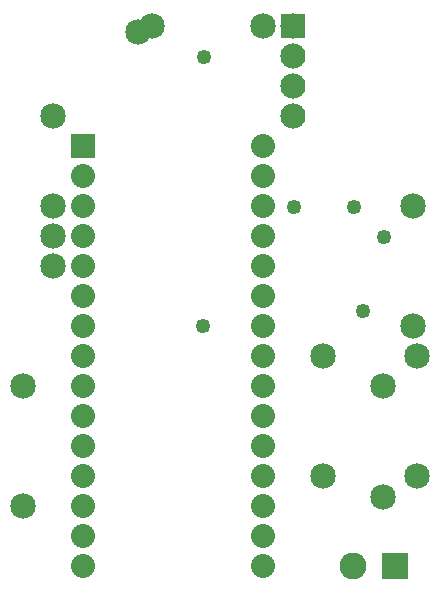
<source format=gts>
G04 MADE WITH FRITZING*
G04 WWW.FRITZING.ORG*
G04 DOUBLE SIDED*
G04 HOLES PLATED*
G04 CONTOUR ON CENTER OF CONTOUR VECTOR*
%ASAXBY*%
%FSLAX23Y23*%
%MOIN*%
%OFA0B0*%
%SFA1.0B1.0*%
%ADD10C,0.080000*%
%ADD11C,0.084000*%
%ADD12C,0.085000*%
%ADD13C,0.090000*%
%ADD14C,0.049370*%
%ADD15R,0.079972X0.080000*%
%ADD16R,0.084000X0.084000*%
%ADD17R,0.090000X0.090000*%
%LNMASK1*%
G90*
G70*
G54D10*
X244Y1480D03*
X244Y1380D03*
X244Y1280D03*
X244Y1180D03*
X244Y1080D03*
X244Y980D03*
X244Y880D03*
X244Y780D03*
X244Y680D03*
X244Y580D03*
X244Y480D03*
X244Y380D03*
X244Y280D03*
X244Y180D03*
X244Y80D03*
X844Y1480D03*
X844Y1380D03*
X844Y1280D03*
X844Y1180D03*
X844Y1080D03*
X844Y980D03*
X844Y880D03*
X844Y780D03*
X844Y680D03*
X844Y580D03*
X844Y480D03*
X844Y380D03*
X844Y280D03*
X844Y180D03*
X844Y80D03*
G54D11*
X944Y1780D03*
X944Y1680D03*
X944Y1580D03*
X944Y1880D03*
G54D12*
X144Y1280D03*
X144Y1180D03*
X144Y1080D03*
X474Y1880D03*
X844Y1880D03*
X474Y1880D03*
X844Y1880D03*
X1244Y310D03*
X1244Y680D03*
X1244Y310D03*
X1244Y680D03*
G54D13*
X1282Y80D03*
X1144Y80D03*
G54D12*
X1044Y780D03*
X1044Y380D03*
X44Y280D03*
X44Y680D03*
X1356Y780D03*
X1356Y380D03*
X1344Y1280D03*
X1344Y880D03*
X427Y1862D03*
X144Y1580D03*
G54D14*
X1246Y1179D03*
X1146Y1279D03*
X945Y1279D03*
X645Y1779D03*
X644Y880D03*
X1176Y931D03*
G54D15*
X244Y1480D03*
G54D16*
X944Y1880D03*
G54D17*
X1282Y80D03*
G04 End of Mask1*
M02*
</source>
